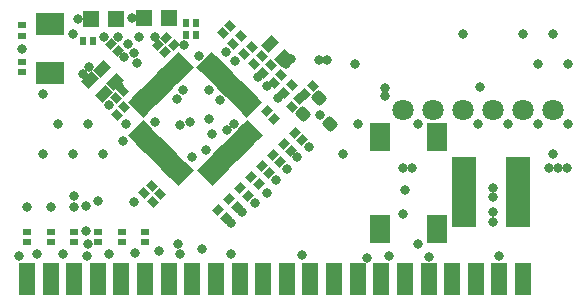
<source format=gts>
G04*
G04 #@! TF.GenerationSoftware,Altium Limited,Altium Designer,22.5.1 (42)*
G04*
G04 Layer_Color=8388736*
%FSLAX25Y25*%
%MOIN*%
G70*
G04*
G04 #@! TF.SameCoordinates,7192FBDB-E104-44C5-AB31-B02996B251F2*
G04*
G04*
G04 #@! TF.FilePolarity,Negative*
G04*
G01*
G75*
G04:AMPARAMS|DCode=14|XSize=31.62mil|YSize=23.75mil|CornerRadius=0mil|HoleSize=0mil|Usage=FLASHONLY|Rotation=45.000|XOffset=0mil|YOffset=0mil|HoleType=Round|Shape=Rectangle|*
%AMROTATEDRECTD14*
4,1,4,-0.00278,-0.01958,-0.01958,-0.00278,0.00278,0.01958,0.01958,0.00278,-0.00278,-0.01958,0.0*
%
%ADD14ROTATEDRECTD14*%

%ADD15R,0.06706X0.09461*%
%ADD16R,0.02375X0.03162*%
%ADD17R,0.05524X0.05524*%
G04:AMPARAMS|DCode=18|XSize=31.62mil|YSize=23.75mil|CornerRadius=0mil|HoleSize=0mil|Usage=FLASHONLY|Rotation=315.000|XOffset=0mil|YOffset=0mil|HoleType=Round|Shape=Rectangle|*
%AMROTATEDRECTD18*
4,1,4,-0.01958,0.00278,-0.00278,0.01958,0.01958,-0.00278,0.00278,-0.01958,-0.01958,0.00278,0.0*
%
%ADD18ROTATEDRECTD18*%

G04:AMPARAMS|DCode=19|XSize=47.37mil|YSize=35.56mil|CornerRadius=0mil|HoleSize=0mil|Usage=FLASHONLY|Rotation=45.000|XOffset=0mil|YOffset=0mil|HoleType=Round|Shape=Rectangle|*
%AMROTATEDRECTD19*
4,1,4,-0.00418,-0.02932,-0.02932,-0.00418,0.00418,0.02932,0.02932,0.00418,-0.00418,-0.02932,0.0*
%
%ADD19ROTATEDRECTD19*%

G04:AMPARAMS|DCode=20|XSize=39.5mil|YSize=43.43mil|CornerRadius=6.84mil|HoleSize=0mil|Usage=FLASHONLY|Rotation=45.000|XOffset=0mil|YOffset=0mil|HoleType=Round|Shape=RoundedRectangle|*
%AMROUNDEDRECTD20*
21,1,0.03950,0.02976,0,0,45.0*
21,1,0.02583,0.04343,0,0,45.0*
1,1,0.01367,0.01965,-0.00139*
1,1,0.01367,0.00139,-0.01965*
1,1,0.01367,-0.01965,0.00139*
1,1,0.01367,-0.00139,0.01965*
%
%ADD20ROUNDEDRECTD20*%
%ADD21R,0.03162X0.02375*%
%ADD22R,0.05524X0.10642*%
G04:AMPARAMS|DCode=23|XSize=74.8mil|YSize=94.49mil|CornerRadius=2.99mil|HoleSize=0mil|Usage=FLASHONLY|Rotation=270.000|XOffset=0mil|YOffset=0mil|HoleType=Round|Shape=RoundedRectangle|*
%AMROUNDEDRECTD23*
21,1,0.07480,0.08850,0,0,270.0*
21,1,0.06882,0.09449,0,0,270.0*
1,1,0.00598,-0.04425,-0.03441*
1,1,0.00598,-0.04425,0.03441*
1,1,0.00598,0.04425,0.03441*
1,1,0.00598,0.04425,-0.03441*
%
%ADD23ROUNDEDRECTD23*%
%ADD24R,0.07887X0.23241*%
G04:AMPARAMS|DCode=25|XSize=70.99mil|YSize=19.81mil|CornerRadius=0mil|HoleSize=0mil|Usage=FLASHONLY|Rotation=135.000|XOffset=0mil|YOffset=0mil|HoleType=Round|Shape=Rectangle|*
%AMROTATEDRECTD25*
4,1,4,0.03210,-0.01810,0.01810,-0.03210,-0.03210,0.01810,-0.01810,0.03210,0.03210,-0.01810,0.0*
%
%ADD25ROTATEDRECTD25*%

G04:AMPARAMS|DCode=26|XSize=70.99mil|YSize=19.81mil|CornerRadius=0mil|HoleSize=0mil|Usage=FLASHONLY|Rotation=225.000|XOffset=0mil|YOffset=0mil|HoleType=Round|Shape=Rectangle|*
%AMROTATEDRECTD26*
4,1,4,0.01810,0.03210,0.03210,0.01810,-0.01810,-0.03210,-0.03210,-0.01810,0.01810,0.03210,0.0*
%
%ADD26ROTATEDRECTD26*%

%ADD27C,0.07099*%
%ADD28C,0.03162*%
D14*
X310702Y273944D02*
D03*
X308196Y276450D02*
D03*
X313457Y276306D02*
D03*
X310952Y278812D02*
D03*
X352645Y240929D02*
D03*
X350139Y243435D02*
D03*
X349017Y237245D02*
D03*
X346512Y239751D02*
D03*
X345347Y233590D02*
D03*
X342842Y236095D02*
D03*
X341762Y229878D02*
D03*
X339256Y232383D02*
D03*
X338134Y226194D02*
D03*
X335629Y228699D02*
D03*
X334506Y222510D02*
D03*
X332001Y225015D02*
D03*
X330879Y218826D02*
D03*
X328373Y221332D02*
D03*
X295042Y274249D02*
D03*
X292537Y276755D02*
D03*
X353767Y247119D02*
D03*
X356272Y244613D02*
D03*
X346997Y251798D02*
D03*
X344492Y254304D02*
D03*
D15*
X382382Y245669D02*
D03*
X401279D02*
D03*
X382382Y215158D02*
D03*
X401279D02*
D03*
D16*
X317520Y283661D02*
D03*
X321063D02*
D03*
X317421Y279626D02*
D03*
X320965D02*
D03*
X283071Y277854D02*
D03*
X286614D02*
D03*
D17*
X311811Y285236D02*
D03*
X303543D02*
D03*
X294094Y285138D02*
D03*
X285827D02*
D03*
D18*
X332257Y282749D02*
D03*
X329751Y280243D02*
D03*
X335898Y279304D02*
D03*
X333393Y276798D02*
D03*
X339442Y275859D02*
D03*
X336936Y273354D02*
D03*
X342788Y272611D02*
D03*
X340283Y270106D02*
D03*
X345839Y269658D02*
D03*
X343334Y267153D02*
D03*
X349284Y266312D02*
D03*
X346779Y263806D02*
D03*
X352828Y262965D02*
D03*
X350322Y260460D02*
D03*
X357382Y260138D02*
D03*
X359887Y262643D02*
D03*
X355387Y258241D02*
D03*
X352881Y255735D02*
D03*
X296725Y261194D02*
D03*
X294220Y258688D02*
D03*
X306174Y229402D02*
D03*
X303668Y226897D02*
D03*
X308930Y226646D02*
D03*
X306424Y224141D02*
D03*
X297021Y255584D02*
D03*
X294515Y253078D02*
D03*
D19*
X349963Y272182D02*
D03*
X345509Y276637D02*
D03*
X289407Y268369D02*
D03*
X293861Y263915D02*
D03*
X290121Y260174D02*
D03*
X285667Y264629D02*
D03*
D20*
X365462Y249965D02*
D03*
X356693Y253445D02*
D03*
X361982Y258734D02*
D03*
D21*
X304023Y210630D02*
D03*
Y214173D02*
D03*
X296152Y210630D02*
D03*
Y214173D02*
D03*
X288189Y210630D02*
D03*
Y214173D02*
D03*
X280315Y210630D02*
D03*
Y214173D02*
D03*
X272441Y210630D02*
D03*
Y214173D02*
D03*
X264567Y210630D02*
D03*
Y214173D02*
D03*
X262856Y283016D02*
D03*
Y279473D02*
D03*
X263064Y267294D02*
D03*
Y270837D02*
D03*
D22*
X429921Y198425D02*
D03*
X422047D02*
D03*
X414173D02*
D03*
X406299D02*
D03*
X398425D02*
D03*
X390551D02*
D03*
X382677D02*
D03*
X374803D02*
D03*
X366929D02*
D03*
X359055D02*
D03*
X343307D02*
D03*
X335433D02*
D03*
X327559D02*
D03*
X319685D02*
D03*
X311811D02*
D03*
X303937D02*
D03*
X296063D02*
D03*
X288189D02*
D03*
X280315D02*
D03*
X272441D02*
D03*
X264567D02*
D03*
X351181D02*
D03*
D23*
X272244Y267079D02*
D03*
X272244Y283221D02*
D03*
D24*
X428248Y227362D02*
D03*
X410138D02*
D03*
D25*
X324438Y232655D02*
D03*
X325830Y234047D02*
D03*
X327222Y235438D02*
D03*
X328614Y236830D02*
D03*
X330006Y238222D02*
D03*
X331398Y239614D02*
D03*
X332790Y241006D02*
D03*
X334182Y242398D02*
D03*
X335574Y243790D02*
D03*
X336966Y245182D02*
D03*
X338358Y246574D02*
D03*
X339750Y247966D02*
D03*
X316919Y270796D02*
D03*
X315527Y269405D02*
D03*
X314135Y268013D02*
D03*
X312743Y266621D02*
D03*
X311351Y265229D02*
D03*
X309960Y263837D02*
D03*
X308568Y262445D02*
D03*
X307176Y261053D02*
D03*
X305784Y259661D02*
D03*
X304392Y258269D02*
D03*
X303000Y256877D02*
D03*
X301608Y255485D02*
D03*
D26*
X339680D02*
D03*
X338288Y256877D02*
D03*
X336896Y258269D02*
D03*
X335504Y259661D02*
D03*
X334112Y261053D02*
D03*
X332720Y262445D02*
D03*
X331329Y263837D02*
D03*
X329937Y265229D02*
D03*
X328545Y266621D02*
D03*
X327153Y268013D02*
D03*
X325761Y269405D02*
D03*
X324369Y270797D02*
D03*
X301538Y247966D02*
D03*
X302930Y246574D02*
D03*
X304322Y245182D02*
D03*
X305714Y243790D02*
D03*
X307106Y242398D02*
D03*
X308498Y241006D02*
D03*
X309890Y239614D02*
D03*
X311282Y238222D02*
D03*
X312674Y236830D02*
D03*
X314066Y235438D02*
D03*
X315458Y234047D02*
D03*
X316850Y232655D02*
D03*
D27*
X389961Y254626D02*
D03*
X399961D02*
D03*
X409961D02*
D03*
X419961D02*
D03*
X429961D02*
D03*
X439961D02*
D03*
D28*
X280217Y226083D02*
D03*
X440000Y280000D02*
D03*
X445000Y270000D02*
D03*
Y250000D02*
D03*
X440000Y240000D02*
D03*
X430000Y280000D02*
D03*
X435000Y270000D02*
D03*
Y250000D02*
D03*
X425000D02*
D03*
X410000Y280000D02*
D03*
X415000Y250000D02*
D03*
X395000D02*
D03*
X390000Y220000D02*
D03*
X395000Y210000D02*
D03*
X375000Y250000D02*
D03*
X370000Y240000D02*
D03*
X315000Y210000D02*
D03*
X290000Y240000D02*
D03*
X280000Y280000D02*
D03*
X285000Y250000D02*
D03*
X280000Y240000D02*
D03*
X285000Y210000D02*
D03*
X270000Y260000D02*
D03*
X275000Y250000D02*
D03*
X270000Y240000D02*
D03*
X291831Y256299D02*
D03*
X296654Y244488D02*
D03*
X315453Y249606D02*
D03*
X318898Y250787D02*
D03*
X307185Y278937D02*
D03*
X316929Y276476D02*
D03*
X377854Y205512D02*
D03*
X261811Y206102D02*
D03*
X267747Y206568D02*
D03*
X276605Y206666D02*
D03*
X300523Y206961D02*
D03*
X291861Y206863D02*
D03*
X322736Y208366D02*
D03*
X308563Y207677D02*
D03*
X284449Y206004D02*
D03*
X332579Y206594D02*
D03*
X314665Y258465D02*
D03*
X364469Y271358D02*
D03*
X374016Y270177D02*
D03*
X421949Y198622D02*
D03*
X422047Y201476D02*
D03*
Y205906D02*
D03*
X398524Y205709D02*
D03*
X385335Y205906D02*
D03*
X295374Y262697D02*
D03*
X285335Y268898D02*
D03*
X352658Y271654D02*
D03*
X299606Y285236D02*
D03*
X281496Y285138D02*
D03*
X315650Y206594D02*
D03*
X356398Y206398D02*
D03*
X390465Y228006D02*
D03*
X340464Y223633D02*
D03*
X344488Y226969D02*
D03*
X336301Y220553D02*
D03*
X351216Y234877D02*
D03*
X347701Y231363D02*
D03*
X358563Y242520D02*
D03*
X354724Y238976D02*
D03*
X332579Y217126D02*
D03*
X326181Y246555D02*
D03*
X406299Y201378D02*
D03*
Y198524D02*
D03*
X393012Y235433D02*
D03*
X283169Y266634D02*
D03*
X389961Y235335D02*
D03*
X328839Y257874D02*
D03*
X325197Y261319D02*
D03*
X325295Y251575D02*
D03*
X316535Y261417D02*
D03*
X262960Y275155D02*
D03*
X294783Y279134D02*
D03*
X297638Y249902D02*
D03*
X331102Y248031D02*
D03*
X333465Y250098D02*
D03*
X300098Y224016D02*
D03*
X362205Y253150D02*
D03*
X361811Y271358D02*
D03*
X290256Y278937D02*
D03*
X350984Y269882D02*
D03*
X383858Y259350D02*
D03*
X383760Y262008D02*
D03*
X415551Y262402D02*
D03*
X382283Y217913D02*
D03*
X414173Y198425D02*
D03*
Y201279D02*
D03*
X441634Y235335D02*
D03*
X438681D02*
D03*
X444587D02*
D03*
X419882Y217421D02*
D03*
Y220571D02*
D03*
Y225787D02*
D03*
X419980Y228642D02*
D03*
X428839Y218012D02*
D03*
Y221358D02*
D03*
X425984D02*
D03*
Y218110D02*
D03*
X411122Y229331D02*
D03*
Y217717D02*
D03*
Y220620D02*
D03*
Y223524D02*
D03*
Y226427D02*
D03*
X408071Y226526D02*
D03*
Y223622D02*
D03*
Y220719D02*
D03*
Y217815D02*
D03*
Y229429D02*
D03*
X344677Y262608D02*
D03*
X324228Y241449D02*
D03*
X319685Y238878D02*
D03*
X348327Y258760D02*
D03*
X341634Y265650D02*
D03*
X333760Y271161D02*
D03*
X330906Y273917D02*
D03*
X321850Y272736D02*
D03*
X296752Y272342D02*
D03*
X307382Y250787D02*
D03*
X301969Y279134D02*
D03*
X298228Y276575D02*
D03*
X300098Y273721D02*
D03*
X301258Y270451D02*
D03*
X284350Y222638D02*
D03*
X288386Y224241D02*
D03*
X284350Y214272D02*
D03*
X264567Y222244D02*
D03*
X280217Y222342D02*
D03*
X272539D02*
D03*
M02*

</source>
